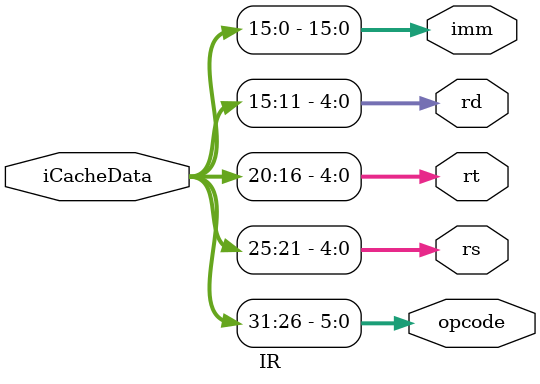
<source format=v>
`timescale 1ns / 1ps
module IR(  //½âÂëÆ÷Ä£¿é£¬ÒÔR-typeÖ¸Áî½øÐÐ½âÂë£¬ÒòÎªR-typrÁ£¶È×î´ó
    input [31:0] iCacheData,
    output [5:0] opcode,
    output [4:0] rs,
    output [4:0] rt,
    output [4:0] rd,
    output [15:0] imm
    );
    
    assign opcode = iCacheData[31:26];
    assign rs = iCacheData[25:21];
    assign rt = iCacheData[20:16];
    assign rd = iCacheData[15:11];
    assign imm = iCacheData[15:0];
    
endmodule
</source>
